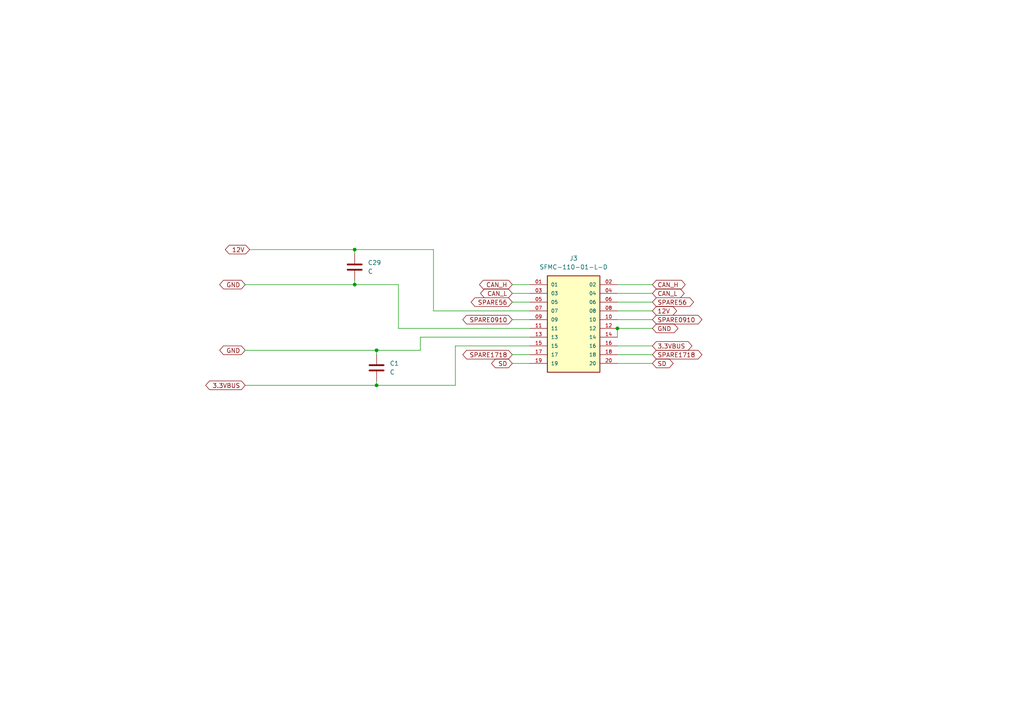
<source format=kicad_sch>
(kicad_sch (version 20230121) (generator eeschema)
  (paper "A4")
  (lib_symbols
    (symbol "Device:C" (pin_numbers hide) (pin_names (offset 0.254))
      (property "Reference" "C" (at 0.635 2.54 0))
      (property "Value" "C" (at 0.635 -2.54 0))
      (symbol "C_0_1"
        (polyline (pts (xy -2.032 -0.762) (xy 2.032 -0.762)) (stroke (width 0.508)))
        (polyline (pts (xy -2.032 0.762) (xy 2.032 0.762)) (stroke (width 0.508)))
      )
      (symbol "C_1_1"
        (pin passive line (at 0 3.81 270) (length 2.794) (name "~") (number "1"))
        (pin passive line (at 0 -3.81 90) (length 2.794) (name "~") (number "2"))
      )
    )
    (symbol "SFMC-110-01-L-D:SFMC-110-01-L-D" (pin_names (offset 1.016))
      (property "Reference" "J" (at -8.128 15.24 0))
      (property "Value" "SFMC-110-01-L-D" (at -7.62 -15.24 0))
      (symbol "SFMC-110-01-L-D_0_0"
        (rectangle (start -7.62 -12.7) (end 7.62 15.24) (stroke (width 0.254)) (fill (type background)))
        (pin passive line (at -12.7 12.7 0) (length 5.08) (name "01") (number "01"))
        (pin passive line (at 12.7 12.7 180) (length 5.08) (name "02") (number "02"))
        (pin passive line (at -12.7 10.16 0) (length 5.08) (name "03") (number "03"))
        (pin passive line (at 12.7 10.16 180) (length 5.08) (name "04") (number "04"))
        (pin passive line (at -12.7 7.62 0) (length 5.08) (name "05") (number "05"))
        (pin passive line (at 12.7 7.62 180) (length 5.08) (name "06") (number "06"))
        (pin passive line (at -12.7 5.08 0) (length 5.08) (name "07") (number "07"))
        (pin passive line (at 12.7 5.08 180) (length 5.08) (name "08") (number "08"))
        (pin passive line (at -12.7 2.54 0) (length 5.08) (name "09") (number "09"))
        (pin passive line (at 12.7 2.54 180) (length 5.08) (name "10") (number "10"))
        (pin passive line (at -12.7 0 0) (length 5.08) (name "11") (number "11"))
        (pin passive line (at 12.7 0 180) (length 5.08) (name "12") (number "12"))
        (pin passive line (at -12.7 -2.54 0) (length 5.08) (name "13") (number "13"))
        (pin passive line (at 12.7 -2.54 180) (length 5.08) (name "14") (number "14"))
        (pin passive line (at -12.7 -5.08 0) (length 5.08) (name "15") (number "15"))
        (pin passive line (at 12.7 -5.08 180) (length 5.08) (name "16") (number "16"))
        (pin passive line (at -12.7 -7.62 0) (length 5.08) (name "17") (number "17"))
        (pin passive line (at 12.7 -7.62 180) (length 5.08) (name "18") (number "18"))
        (pin passive line (at -12.7 -10.16 0) (length 5.08) (name "19") (number "19"))
        (pin passive line (at 12.7 -10.16 180) (length 5.08) (name "20") (number "20"))
      )
    )
  )
  (junction (at 109.22 111.76))
  (junction (at 109.22 101.6))
  (junction (at 102.87 82.55))
  (junction (at 179.07 95.25))
  (junction (at 102.87 72.39))
  (wire (pts (xy 102.87 82.55) (xy 115.57 82.55)))
  (wire (pts (xy 125.73 72.39) (xy 125.73 90.17)))
  (wire (pts (xy 189.23 87.63) (xy 179.07 87.63)))
  (wire (pts (xy 71.12 82.55) (xy 102.87 82.55)))
  (wire (pts (xy 125.73 90.17) (xy 153.67 90.17)))
  (wire (pts (xy 71.12 101.6) (xy 109.22 101.6)))
  (wire (pts (xy 153.67 87.63) (xy 148.59 87.63)))
  (wire (pts (xy 102.87 72.39) (xy 102.87 73.66)))
  (wire (pts (xy 179.07 90.17) (xy 189.23 90.17)))
  (wire (pts (xy 115.57 82.55) (xy 115.57 95.25)))
  (wire (pts (xy 109.22 101.6) (xy 109.22 102.87)))
  (wire (pts (xy 189.23 102.87) (xy 179.07 102.87)))
  (wire (pts (xy 148.59 85.09) (xy 153.67 85.09)))
  (wire (pts (xy 148.59 105.41) (xy 153.67 105.41)))
  (wire (pts (xy 102.87 81.28) (xy 102.87 82.55)))
  (wire (pts (xy 71.12 111.76) (xy 109.22 111.76)))
  (wire (pts (xy 121.92 101.6) (xy 121.92 97.79)))
  (wire (pts (xy 109.22 111.76) (xy 132.08 111.76)))
  (wire (pts (xy 179.07 100.33) (xy 189.23 100.33)))
  (wire (pts (xy 109.22 101.6) (xy 121.92 101.6)))
  (wire (pts (xy 109.22 111.76) (xy 109.22 110.49)))
  (wire (pts (xy 189.23 105.41) (xy 179.07 105.41)))
  (wire (pts (xy 148.59 92.71) (xy 153.67 92.71)))
  (wire (pts (xy 102.87 72.39) (xy 125.73 72.39)))
  (wire (pts (xy 148.59 82.55) (xy 153.67 82.55)))
  (wire (pts (xy 121.92 97.79) (xy 153.67 97.79)))
  (wire (pts (xy 132.08 100.33) (xy 153.67 100.33)))
  (wire (pts (xy 189.23 92.71) (xy 179.07 92.71)))
  (wire (pts (xy 72.39 72.39) (xy 102.87 72.39)))
  (wire (pts (xy 132.08 111.76) (xy 132.08 100.33)))
  (wire (pts (xy 148.59 102.87) (xy 153.67 102.87)))
  (wire (pts (xy 179.07 95.25) (xy 189.23 95.25)))
  (wire (pts (xy 179.07 95.25) (xy 179.07 97.79)))
  (wire (pts (xy 179.07 82.55) (xy 189.23 82.55)))
  (wire (pts (xy 179.07 85.09) (xy 189.23 85.09)))
  (wire (pts (xy 115.57 95.25) (xy 153.67 95.25)))
  (global_label "SPARE56" (shape bidirectional) (at 189.23 87.63 0) (property "Intersheetrefs" "${INTERSHEET_REFS}" (effects hide)))
  (global_label "SPARE0910" (shape bidirectional) (at 189.23 92.71 0) (property "Intersheetrefs" "${INTERSHEET_REFS}" (effects hide)))
  (global_label "CAN_L" (shape bidirectional) (at 189.23 85.09 0) (property "Intersheetrefs" "${INTERSHEET_REFS}" (effects hide)))
  (global_label "SPARE1718" (shape bidirectional) (at 148.59 102.87 180) (property "Intersheetrefs" "${INTERSHEET_REFS}" (effects hide)))
  (global_label "12V" (shape bidirectional) (at 72.39 72.39 180) (property "Intersheetrefs" "${INTERSHEET_REFS}" (effects hide)))
  (global_label "CAN_H" (shape bidirectional) (at 148.59 82.55 180) (property "Intersheetrefs" "${INTERSHEET_REFS}" (effects hide)))
  (global_label "12V" (shape bidirectional) (at 189.23 90.17 0) (property "Intersheetrefs" "${INTERSHEET_REFS}" (effects hide)))
  (global_label "3.3VBUS" (shape bidirectional) (at 189.23 100.33 0) (property "Intersheetrefs" "${INTERSHEET_REFS}" (effects hide)))
  (global_label "SPARE1718" (shape bidirectional) (at 189.23 102.87 0) (property "Intersheetrefs" "${INTERSHEET_REFS}" (effects hide)))
  (global_label "SD" (shape bidirectional) (at 148.59 105.41 180) (property "Intersheetrefs" "${INTERSHEET_REFS}" (effects hide)))
  (global_label "CAN_L" (shape bidirectional) (at 148.59 85.09 180) (property "Intersheetrefs" "${INTERSHEET_REFS}" (effects hide)))
  (global_label "SD" (shape bidirectional) (at 189.23 105.41 0) (property "Intersheetrefs" "${INTERSHEET_REFS}" (effects hide)))
  (global_label "GND" (shape bidirectional) (at 71.12 101.6 180) (property "Intersheetrefs" "${INTERSHEET_REFS}" (effects hide)))
  (global_label "GND" (shape bidirectional) (at 71.12 82.55 180) (property "Intersheetrefs" "${INTERSHEET_REFS}" (effects hide)))
  (global_label "SPARE56" (shape bidirectional) (at 148.59 87.63 180) (property "Intersheetrefs" "${INTERSHEET_REFS}" (effects hide)))
  (global_label "SPARE0910" (shape bidirectional) (at 148.59 92.71 180) (property "Intersheetrefs" "${INTERSHEET_REFS}" (effects hide)))
  (global_label "3.3VBUS" (shape bidirectional) (at 71.12 111.76 180) (property "Intersheetrefs" "${INTERSHEET_REFS}" (effects hide)))
  (global_label "CAN_H" (shape bidirectional) (at 189.23 82.55 0) (property "Intersheetrefs" "${INTERSHEET_REFS}" (effects hide)))
  (global_label "GND" (shape bidirectional) (at 189.23 95.25 0) (property "Intersheetrefs" "${INTERSHEET_REFS}" (effects hide)))
  (symbol (lib_id "Device:C") (at 109.22 106.68 0) (unit 1)
    (property "Reference" "C1" (at 113.03 105.41 0) (effects (justify left)))
    (property "Value" "C" (at 113.03 107.95 0) (effects (justify left)))
    (property "Footprint" "Capacitor_SMD:C_0603_1608Metric" (effects hide))
    (instances (project "backplane" (path "" (reference "C1") (unit 1)) (path "" (reference "C3") (unit 1)) (path "" (reference "C5") (unit 1))))
  )
  (symbol (lib_id "Device:C") (at 102.87 77.47 0) (unit 1)
    (property "Reference" "C29" (at 106.68 76.2 0) (effects (justify left)))
    (property "Value" "C" (at 106.68 78.74 0) (effects (justify left)))
    (property "Footprint" "Capacitor_SMD:C_0603_1608Metric" (effects hide))
    (instances (project "backplane" (path "" (reference "C29") (unit 1)) (path "" (reference "C2") (unit 1)) (path "" (reference "C4") (unit 1))))
  )
  (symbol (lib_id "SFMC-110-01-L-D:SFMC-110-01-L-D") (at 166.37 95.25 0) (unit 1)
    (property "Reference" "J3" (at 166.37 74.93 0))
    (property "Value" "SFMC-110-01-L-D" (at 166.37 77.47 0))
    (property "Footprint" "SFMC-110-01-L-D:SAMTEC_SFMC-110-01-L-D" (effects hide))
    (property "PARTREV" "R" (effects hide))
    (property "STANDARD" "Manufacturer Recommendations" (effects hide))
    (property "MANUFACTURER" "Samtec" (effects hide))
    (instances (project "backplane" (path "" (reference "J3") (unit 1)) (path "" (reference "J2") (unit 1)) (path "" (reference "J1") (unit 1))))
  )
)
</source>
